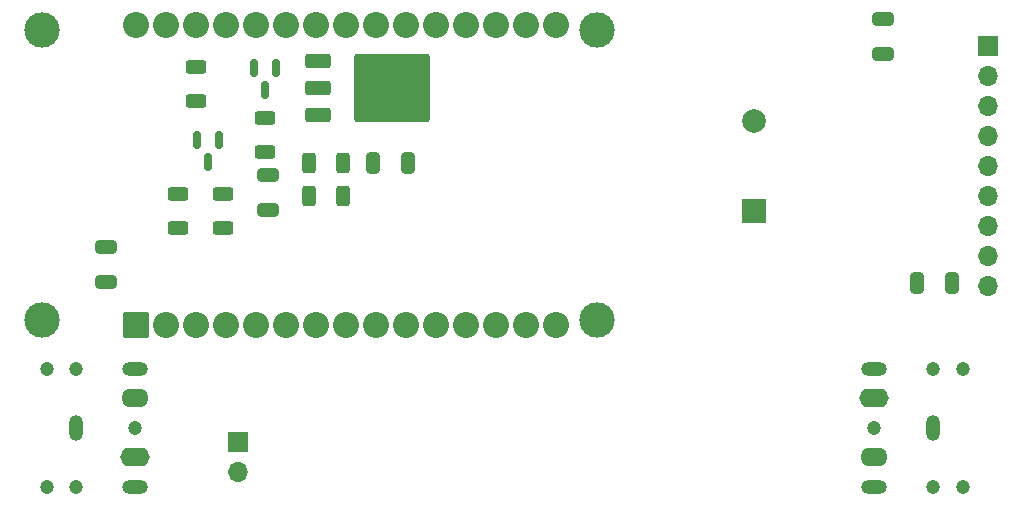
<source format=gbr>
%TF.GenerationSoftware,KiCad,Pcbnew,7.0.9*%
%TF.CreationDate,2024-12-25T11:05:57-08:00*%
%TF.ProjectId,ESP32btCWKeyBrd_Kicad Files,45535033-3262-4744-9357-4b6579427264,rev?*%
%TF.SameCoordinates,Original*%
%TF.FileFunction,Soldermask,Top*%
%TF.FilePolarity,Negative*%
%FSLAX46Y46*%
G04 Gerber Fmt 4.6, Leading zero omitted, Abs format (unit mm)*
G04 Created by KiCad (PCBNEW 7.0.9) date 2024-12-25 11:05:57*
%MOMM*%
%LPD*%
G01*
G04 APERTURE LIST*
G04 Aperture macros list*
%AMRoundRect*
0 Rectangle with rounded corners*
0 $1 Rounding radius*
0 $2 $3 $4 $5 $6 $7 $8 $9 X,Y pos of 4 corners*
0 Add a 4 corners polygon primitive as box body*
4,1,4,$2,$3,$4,$5,$6,$7,$8,$9,$2,$3,0*
0 Add four circle primitives for the rounded corners*
1,1,$1+$1,$2,$3*
1,1,$1+$1,$4,$5*
1,1,$1+$1,$6,$7*
1,1,$1+$1,$8,$9*
0 Add four rect primitives between the rounded corners*
20,1,$1+$1,$2,$3,$4,$5,0*
20,1,$1+$1,$4,$5,$6,$7,0*
20,1,$1+$1,$6,$7,$8,$9,0*
20,1,$1+$1,$8,$9,$2,$3,0*%
G04 Aperture macros list end*
%ADD10RoundRect,0.150000X-0.150000X0.587500X-0.150000X-0.587500X0.150000X-0.587500X0.150000X0.587500X0*%
%ADD11RoundRect,0.250000X0.650000X-0.325000X0.650000X0.325000X-0.650000X0.325000X-0.650000X-0.325000X0*%
%ADD12RoundRect,0.250000X0.325000X0.650000X-0.325000X0.650000X-0.325000X-0.650000X0.325000X-0.650000X0*%
%ADD13RoundRect,0.250000X-0.625000X0.312500X-0.625000X-0.312500X0.625000X-0.312500X0.625000X0.312500X0*%
%ADD14RoundRect,0.250000X-0.312500X-0.625000X0.312500X-0.625000X0.312500X0.625000X-0.312500X0.625000X0*%
%ADD15RoundRect,0.250000X0.312500X0.625000X-0.312500X0.625000X-0.312500X-0.625000X0.312500X-0.625000X0*%
%ADD16C,1.200000*%
%ADD17O,2.200000X1.200000*%
%ADD18O,2.300000X1.600000*%
%ADD19O,1.200000X2.200000*%
%ADD20O,2.500000X1.600000*%
%ADD21RoundRect,0.250000X-0.650000X0.325000X-0.650000X-0.325000X0.650000X-0.325000X0.650000X0.325000X0*%
%ADD22RoundRect,0.250000X0.625000X-0.312500X0.625000X0.312500X-0.625000X0.312500X-0.625000X-0.312500X0*%
%ADD23R,1.700000X1.700000*%
%ADD24O,1.700000X1.700000*%
%ADD25RoundRect,0.250000X-0.850000X-0.350000X0.850000X-0.350000X0.850000X0.350000X-0.850000X0.350000X0*%
%ADD26RoundRect,0.249997X-2.950003X-2.650003X2.950003X-2.650003X2.950003X2.650003X-2.950003X2.650003X0*%
%ADD27R,2.000000X2.000000*%
%ADD28C,2.000000*%
%ADD29C,3.000000*%
%ADD30RoundRect,0.102000X1.000000X-1.000000X1.000000X1.000000X-1.000000X1.000000X-1.000000X-1.000000X0*%
%ADD31C,2.204000*%
G04 APERTURE END LIST*
D10*
%TO.C,Q2*%
X115250000Y-76532500D03*
X113350000Y-76532500D03*
X114300000Y-78407500D03*
%TD*%
D11*
%TO.C,C3*%
X166624000Y-75389000D03*
X166624000Y-72439000D03*
%TD*%
%TO.C,C1*%
X100838000Y-94693000D03*
X100838000Y-91743000D03*
%TD*%
D10*
%TO.C,Q1*%
X110424000Y-82628500D03*
X108524000Y-82628500D03*
X109474000Y-84503500D03*
%TD*%
D12*
%TO.C,C4*%
X172417000Y-94742000D03*
X169467000Y-94742000D03*
%TD*%
D13*
%TO.C,R4*%
X114300000Y-80772000D03*
X114300000Y-83697000D03*
%TD*%
D14*
%TO.C,R5*%
X117979000Y-87376000D03*
X120904000Y-87376000D03*
%TD*%
D15*
%TO.C,R6*%
X120904000Y-84582000D03*
X117979000Y-84582000D03*
%TD*%
D16*
%TO.C,J1*%
X98298000Y-102014000D03*
X95798000Y-102014000D03*
X103298000Y-107014000D03*
X98298000Y-112014000D03*
X95798000Y-112014000D03*
D17*
X103298000Y-102014000D03*
D18*
X103298000Y-104514000D03*
D19*
X98298000Y-107014000D03*
D17*
X103298000Y-112014000D03*
D20*
X103298000Y-109514000D03*
%TD*%
D21*
%TO.C,C2*%
X114554000Y-85647000D03*
X114554000Y-88597000D03*
%TD*%
D12*
%TO.C,C5*%
X126415500Y-84582000D03*
X123465500Y-84582000D03*
%TD*%
D16*
%TO.C,J3*%
X170862000Y-112014000D03*
X173362000Y-112014000D03*
X165862000Y-107014000D03*
X170862000Y-102014000D03*
X173362000Y-102014000D03*
D17*
X165862000Y-112014000D03*
D18*
X165862000Y-109514000D03*
D19*
X170862000Y-107014000D03*
D17*
X165862000Y-102014000D03*
D20*
X165862000Y-104514000D03*
%TD*%
D22*
%TO.C,R2*%
X110744000Y-90108500D03*
X110744000Y-87183500D03*
%TD*%
D23*
%TO.C,J4*%
X112014000Y-108204000D03*
D24*
X112014000Y-110744000D03*
%TD*%
D25*
%TO.C,Q3*%
X118771000Y-75951000D03*
X118771000Y-78231000D03*
D26*
X125071000Y-78231000D03*
D25*
X118771000Y-80511000D03*
%TD*%
D27*
%TO.C,LS1*%
X155702000Y-88626000D03*
D28*
X155702000Y-81026000D03*
%TD*%
D13*
%TO.C,R3*%
X106934000Y-87183500D03*
X106934000Y-90108500D03*
%TD*%
D29*
%TO.C,U1*%
X95418000Y-97878000D03*
X142368000Y-97878000D03*
X95418000Y-73368000D03*
X142368000Y-73368000D03*
D30*
X103378000Y-98298000D03*
D31*
X105918000Y-98298000D03*
X108458000Y-98298000D03*
X110998000Y-98298000D03*
X113538000Y-98298000D03*
X116078000Y-98298000D03*
X118618000Y-98298000D03*
X121158000Y-98298000D03*
X123698000Y-98298000D03*
X126238000Y-98298000D03*
X128778000Y-98298000D03*
X131318000Y-98298000D03*
X133858000Y-98298000D03*
X136398000Y-98298000D03*
X138938000Y-98298000D03*
X138938000Y-72898000D03*
X136398000Y-72898000D03*
X133858000Y-72898000D03*
X131318000Y-72898000D03*
X128778000Y-72898000D03*
X126238000Y-72898000D03*
X123698000Y-72898000D03*
X121158000Y-72898000D03*
X118618000Y-72898000D03*
X116078000Y-72898000D03*
X113538000Y-72898000D03*
X110998000Y-72898000D03*
X108458000Y-72898000D03*
X105918000Y-72898000D03*
X103378000Y-72898000D03*
%TD*%
D23*
%TO.C,J2*%
X175514000Y-74676000D03*
D24*
X175514000Y-77216000D03*
X175514000Y-79756000D03*
X175514000Y-82296000D03*
X175514000Y-84836000D03*
X175514000Y-87376000D03*
X175514000Y-89916000D03*
X175514000Y-92456000D03*
X175514000Y-94996000D03*
%TD*%
D22*
%TO.C,R1*%
X108458000Y-79379000D03*
X108458000Y-76454000D03*
%TD*%
M02*

</source>
